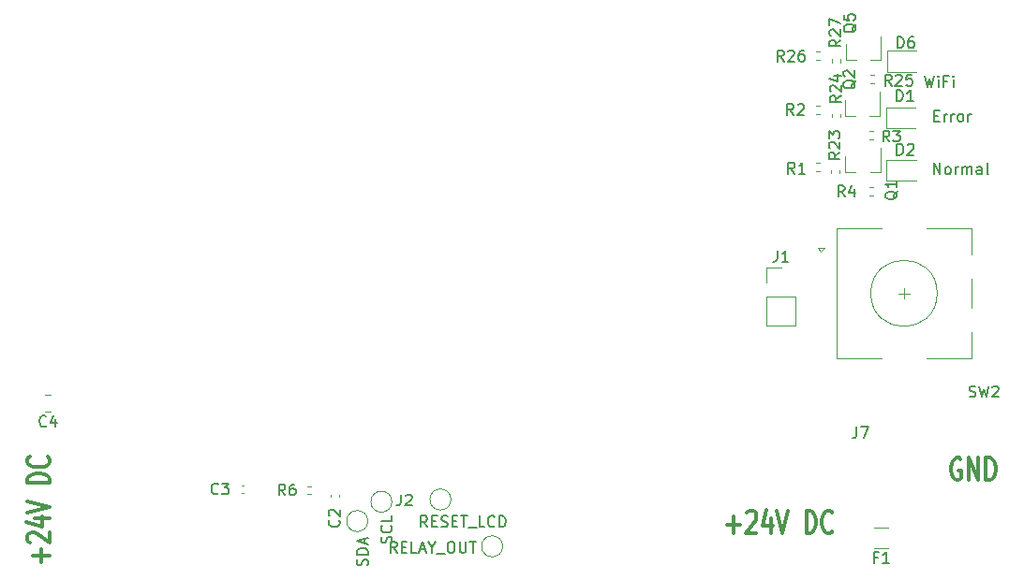
<source format=gbr>
%TF.GenerationSoftware,KiCad,Pcbnew,(5.1.10-1-10_14)*%
%TF.CreationDate,2022-08-23T11:44:09+02:00*%
%TF.ProjectId,RO Flow Counter,524f2046-6c6f-4772-9043-6f756e746572,rev?*%
%TF.SameCoordinates,Original*%
%TF.FileFunction,Legend,Top*%
%TF.FilePolarity,Positive*%
%FSLAX46Y46*%
G04 Gerber Fmt 4.6, Leading zero omitted, Abs format (unit mm)*
G04 Created by KiCad (PCBNEW (5.1.10-1-10_14)) date 2022-08-23 11:44:09*
%MOMM*%
%LPD*%
G01*
G04 APERTURE LIST*
%ADD10C,0.150000*%
%ADD11C,0.375000*%
%ADD12C,0.120000*%
G04 APERTURE END LIST*
D10*
X215379466Y-63333380D02*
X215617561Y-64333380D01*
X215808038Y-63619095D01*
X215998514Y-64333380D01*
X216236609Y-63333380D01*
X216617561Y-64333380D02*
X216617561Y-63666714D01*
X216617561Y-63333380D02*
X216569942Y-63381000D01*
X216617561Y-63428619D01*
X216665180Y-63381000D01*
X216617561Y-63333380D01*
X216617561Y-63428619D01*
X217427085Y-63809571D02*
X217093752Y-63809571D01*
X217093752Y-64333380D02*
X217093752Y-63333380D01*
X217569942Y-63333380D01*
X217950895Y-64333380D02*
X217950895Y-63666714D01*
X217950895Y-63333380D02*
X217903276Y-63381000D01*
X217950895Y-63428619D01*
X217998514Y-63381000D01*
X217950895Y-63333380D01*
X217950895Y-63428619D01*
D11*
X218617942Y-98009200D02*
X218475085Y-97913961D01*
X218260800Y-97913961D01*
X218046514Y-98009200D01*
X217903657Y-98199676D01*
X217832228Y-98390152D01*
X217760800Y-98771104D01*
X217760800Y-99056819D01*
X217832228Y-99437771D01*
X217903657Y-99628247D01*
X218046514Y-99818723D01*
X218260800Y-99913961D01*
X218403657Y-99913961D01*
X218617942Y-99818723D01*
X218689371Y-99723485D01*
X218689371Y-99056819D01*
X218403657Y-99056819D01*
X219332228Y-99913961D02*
X219332228Y-97913961D01*
X220189371Y-99913961D01*
X220189371Y-97913961D01*
X220903657Y-99913961D02*
X220903657Y-97913961D01*
X221260800Y-97913961D01*
X221475085Y-98009200D01*
X221617942Y-98199676D01*
X221689371Y-98390152D01*
X221760800Y-98771104D01*
X221760800Y-99056819D01*
X221689371Y-99437771D01*
X221617942Y-99628247D01*
X221475085Y-99818723D01*
X221260800Y-99913961D01*
X220903657Y-99913961D01*
X197520514Y-103952657D02*
X198663371Y-103952657D01*
X198091942Y-104714561D02*
X198091942Y-103190752D01*
X199306228Y-102905038D02*
X199377657Y-102809800D01*
X199520514Y-102714561D01*
X199877657Y-102714561D01*
X200020514Y-102809800D01*
X200091942Y-102905038D01*
X200163371Y-103095514D01*
X200163371Y-103285990D01*
X200091942Y-103571704D01*
X199234800Y-104714561D01*
X200163371Y-104714561D01*
X201449085Y-103381228D02*
X201449085Y-104714561D01*
X201091942Y-102619323D02*
X200734800Y-104047895D01*
X201663371Y-104047895D01*
X202020514Y-102714561D02*
X202520514Y-104714561D01*
X203020514Y-102714561D01*
X204663371Y-104714561D02*
X204663371Y-102714561D01*
X205020514Y-102714561D01*
X205234800Y-102809800D01*
X205377657Y-103000276D01*
X205449085Y-103190752D01*
X205520514Y-103571704D01*
X205520514Y-103857419D01*
X205449085Y-104238371D01*
X205377657Y-104428847D01*
X205234800Y-104619323D01*
X205020514Y-104714561D01*
X204663371Y-104714561D01*
X207020514Y-104524085D02*
X206949085Y-104619323D01*
X206734800Y-104714561D01*
X206591942Y-104714561D01*
X206377657Y-104619323D01*
X206234800Y-104428847D01*
X206163371Y-104238371D01*
X206091942Y-103857419D01*
X206091942Y-103571704D01*
X206163371Y-103190752D01*
X206234800Y-103000276D01*
X206377657Y-102809800D01*
X206591942Y-102714561D01*
X206734800Y-102714561D01*
X206949085Y-102809800D01*
X207020514Y-102905038D01*
X135524857Y-107330285D02*
X135524857Y-106187428D01*
X136286761Y-106758857D02*
X134762952Y-106758857D01*
X134477238Y-105544571D02*
X134382000Y-105473142D01*
X134286761Y-105330285D01*
X134286761Y-104973142D01*
X134382000Y-104830285D01*
X134477238Y-104758857D01*
X134667714Y-104687428D01*
X134858190Y-104687428D01*
X135143904Y-104758857D01*
X136286761Y-105616000D01*
X136286761Y-104687428D01*
X134953428Y-103401714D02*
X136286761Y-103401714D01*
X134191523Y-103758857D02*
X135620095Y-104116000D01*
X135620095Y-103187428D01*
X134286761Y-102830285D02*
X136286761Y-102330285D01*
X134286761Y-101830285D01*
X136286761Y-100187428D02*
X134286761Y-100187428D01*
X134286761Y-99830285D01*
X134382000Y-99616000D01*
X134572476Y-99473142D01*
X134762952Y-99401714D01*
X135143904Y-99330285D01*
X135429619Y-99330285D01*
X135810571Y-99401714D01*
X136001047Y-99473142D01*
X136191523Y-99616000D01*
X136286761Y-99830285D01*
X136286761Y-100187428D01*
X136096285Y-97830285D02*
X136191523Y-97901714D01*
X136286761Y-98116000D01*
X136286761Y-98258857D01*
X136191523Y-98473142D01*
X136001047Y-98616000D01*
X135810571Y-98687428D01*
X135429619Y-98758857D01*
X135143904Y-98758857D01*
X134762952Y-98687428D01*
X134572476Y-98616000D01*
X134382000Y-98473142D01*
X134286761Y-98258857D01*
X134286761Y-98116000D01*
X134382000Y-97901714D01*
X134477238Y-97830285D01*
D10*
X216189228Y-72232780D02*
X216189228Y-71232780D01*
X216760657Y-72232780D01*
X216760657Y-71232780D01*
X217379704Y-72232780D02*
X217284466Y-72185161D01*
X217236847Y-72137542D01*
X217189228Y-72042304D01*
X217189228Y-71756590D01*
X217236847Y-71661352D01*
X217284466Y-71613733D01*
X217379704Y-71566114D01*
X217522561Y-71566114D01*
X217617800Y-71613733D01*
X217665419Y-71661352D01*
X217713038Y-71756590D01*
X217713038Y-72042304D01*
X217665419Y-72137542D01*
X217617800Y-72185161D01*
X217522561Y-72232780D01*
X217379704Y-72232780D01*
X218141609Y-72232780D02*
X218141609Y-71566114D01*
X218141609Y-71756590D02*
X218189228Y-71661352D01*
X218236847Y-71613733D01*
X218332085Y-71566114D01*
X218427323Y-71566114D01*
X218760657Y-72232780D02*
X218760657Y-71566114D01*
X218760657Y-71661352D02*
X218808276Y-71613733D01*
X218903514Y-71566114D01*
X219046371Y-71566114D01*
X219141609Y-71613733D01*
X219189228Y-71708971D01*
X219189228Y-72232780D01*
X219189228Y-71708971D02*
X219236847Y-71613733D01*
X219332085Y-71566114D01*
X219474942Y-71566114D01*
X219570180Y-71613733D01*
X219617800Y-71708971D01*
X219617800Y-72232780D01*
X220522561Y-72232780D02*
X220522561Y-71708971D01*
X220474942Y-71613733D01*
X220379704Y-71566114D01*
X220189228Y-71566114D01*
X220093990Y-71613733D01*
X220522561Y-72185161D02*
X220427323Y-72232780D01*
X220189228Y-72232780D01*
X220093990Y-72185161D01*
X220046371Y-72089923D01*
X220046371Y-71994685D01*
X220093990Y-71899447D01*
X220189228Y-71851828D01*
X220427323Y-71851828D01*
X220522561Y-71804209D01*
X221141609Y-72232780D02*
X221046371Y-72185161D01*
X220998752Y-72089923D01*
X220998752Y-71232780D01*
X216235161Y-66933771D02*
X216568495Y-66933771D01*
X216711352Y-67457580D02*
X216235161Y-67457580D01*
X216235161Y-66457580D01*
X216711352Y-66457580D01*
X217139923Y-67457580D02*
X217139923Y-66790914D01*
X217139923Y-66981390D02*
X217187542Y-66886152D01*
X217235161Y-66838533D01*
X217330400Y-66790914D01*
X217425638Y-66790914D01*
X217758971Y-67457580D02*
X217758971Y-66790914D01*
X217758971Y-66981390D02*
X217806590Y-66886152D01*
X217854209Y-66838533D01*
X217949447Y-66790914D01*
X218044685Y-66790914D01*
X218520876Y-67457580D02*
X218425638Y-67409961D01*
X218378019Y-67362342D01*
X218330400Y-67267104D01*
X218330400Y-66981390D01*
X218378019Y-66886152D01*
X218425638Y-66838533D01*
X218520876Y-66790914D01*
X218663733Y-66790914D01*
X218758971Y-66838533D01*
X218806590Y-66886152D01*
X218854209Y-66981390D01*
X218854209Y-67267104D01*
X218806590Y-67362342D01*
X218758971Y-67409961D01*
X218663733Y-67457580D01*
X218520876Y-67457580D01*
X219282780Y-67457580D02*
X219282780Y-66790914D01*
X219282780Y-66981390D02*
X219330400Y-66886152D01*
X219378019Y-66838533D01*
X219473257Y-66790914D01*
X219568495Y-66790914D01*
D12*
%TO.C,J1*%
X201044500Y-85912000D02*
X203704500Y-85912000D01*
X201044500Y-83312000D02*
X201044500Y-85912000D01*
X203704500Y-83312000D02*
X203704500Y-85912000D01*
X201044500Y-83312000D02*
X203704500Y-83312000D01*
X201044500Y-82042000D02*
X201044500Y-80712000D01*
X201044500Y-80712000D02*
X202374500Y-80712000D01*
%TO.C,R27*%
X207720200Y-62104241D02*
X207720200Y-61796959D01*
X206960200Y-62104241D02*
X206960200Y-61796959D01*
%TO.C,R26*%
X205584359Y-61873400D02*
X205891641Y-61873400D01*
X205584359Y-61113400D02*
X205891641Y-61113400D01*
%TO.C,R25*%
X210795841Y-63247000D02*
X210488559Y-63247000D01*
X210795841Y-64007000D02*
X210488559Y-64007000D01*
%TO.C,Q5*%
X208249400Y-61923200D02*
X208249400Y-60463200D01*
X211409400Y-61923200D02*
X211409400Y-59763200D01*
X211409400Y-61923200D02*
X210479400Y-61923200D01*
X208249400Y-61923200D02*
X209179400Y-61923200D01*
%TO.C,D6*%
X211959400Y-62960000D02*
X214644400Y-62960000D01*
X211959400Y-61040000D02*
X211959400Y-62960000D01*
X214644400Y-61040000D02*
X211959400Y-61040000D01*
%TO.C,R24*%
X206960200Y-67082641D02*
X206960200Y-66775359D01*
X207720200Y-67082641D02*
X207720200Y-66775359D01*
%TO.C,R23*%
X206934800Y-72162641D02*
X206934800Y-71855359D01*
X207694800Y-72162641D02*
X207694800Y-71855359D01*
%TO.C,Q2*%
X208173200Y-66952400D02*
X209103200Y-66952400D01*
X211333200Y-66952400D02*
X210403200Y-66952400D01*
X211333200Y-66952400D02*
X211333200Y-64792400D01*
X208173200Y-66952400D02*
X208173200Y-65492400D01*
%TO.C,Q1*%
X208198600Y-72032400D02*
X209128600Y-72032400D01*
X211358600Y-72032400D02*
X210428600Y-72032400D01*
X211358600Y-72032400D02*
X211358600Y-69872400D01*
X208198600Y-72032400D02*
X208198600Y-70572400D01*
%TO.C,F1*%
X212031664Y-106066000D02*
X210827536Y-106066000D01*
X212031664Y-104246000D02*
X210827536Y-104246000D01*
%TO.C,TP8*%
X172552400Y-101676200D02*
G75*
G03*
X172552400Y-101676200I-950000J0D01*
G01*
%TO.C,TP6*%
X165034000Y-103632000D02*
G75*
G03*
X165034000Y-103632000I-950000J0D01*
G01*
%TO.C,TP4*%
X177226000Y-105918000D02*
G75*
G03*
X177226000Y-105918000I-950000J0D01*
G01*
%TO.C,TP11*%
X167218400Y-101879400D02*
G75*
G03*
X167218400Y-101879400I-950000J0D01*
G01*
%TO.C,SW2*%
X216494000Y-83018000D02*
G75*
G03*
X216494000Y-83018000I-3000000J0D01*
G01*
X215494000Y-77118000D02*
X219594000Y-77118000D01*
X219594000Y-88918000D02*
X215494000Y-88918000D01*
X211494000Y-88918000D02*
X207394000Y-88918000D01*
X211494000Y-77118000D02*
X207394000Y-77118000D01*
X207394000Y-77118000D02*
X207394000Y-88918000D01*
X205994000Y-79218000D02*
X205694000Y-78918000D01*
X205694000Y-78918000D02*
X206294000Y-78918000D01*
X206294000Y-78918000D02*
X205994000Y-79218000D01*
X219594000Y-77118000D02*
X219594000Y-79518000D01*
X219594000Y-81718000D02*
X219594000Y-84318000D01*
X219594000Y-86518000D02*
X219594000Y-88918000D01*
X213494000Y-82518000D02*
X213494000Y-83518000D01*
X212994000Y-83018000D02*
X213994000Y-83018000D01*
%TO.C,R6*%
X159612359Y-101218000D02*
X159919641Y-101218000D01*
X159612359Y-100458000D02*
X159919641Y-100458000D01*
%TO.C,R4*%
X210668841Y-73432400D02*
X210361559Y-73432400D01*
X210668841Y-74192400D02*
X210361559Y-74192400D01*
%TO.C,R3*%
X210668841Y-68352400D02*
X210361559Y-68352400D01*
X210668841Y-69112400D02*
X210361559Y-69112400D01*
%TO.C,R2*%
X205535559Y-66826400D02*
X205842841Y-66826400D01*
X205535559Y-66066400D02*
X205842841Y-66066400D01*
%TO.C,R1*%
X205535559Y-71957200D02*
X205842841Y-71957200D01*
X205535559Y-71197200D02*
X205842841Y-71197200D01*
%TO.C,D2*%
X211905900Y-72842000D02*
X214590900Y-72842000D01*
X211905900Y-70922000D02*
X211905900Y-72842000D01*
X214590900Y-70922000D02*
X211905900Y-70922000D01*
%TO.C,D1*%
X211874900Y-68090000D02*
X214559900Y-68090000D01*
X211874900Y-66170000D02*
X211874900Y-68090000D01*
X214559900Y-66170000D02*
X211874900Y-66170000D01*
%TO.C,C4*%
X136405252Y-92229000D02*
X135882748Y-92229000D01*
X136405252Y-93699000D02*
X135882748Y-93699000D01*
%TO.C,C3*%
X153612964Y-101121800D02*
X153828636Y-101121800D01*
X153612964Y-100401800D02*
X153828636Y-100401800D01*
%TO.C,C2*%
X162412000Y-101238164D02*
X162412000Y-101453836D01*
X161692000Y-101238164D02*
X161692000Y-101453836D01*
%TO.C,J2*%
D10*
X168032466Y-101228180D02*
X168032466Y-101942466D01*
X167984847Y-102085323D01*
X167889609Y-102180561D01*
X167746752Y-102228180D01*
X167651514Y-102228180D01*
X168461038Y-101323419D02*
X168508657Y-101275800D01*
X168603895Y-101228180D01*
X168841990Y-101228180D01*
X168937228Y-101275800D01*
X168984847Y-101323419D01*
X169032466Y-101418657D01*
X169032466Y-101513895D01*
X168984847Y-101656752D01*
X168413419Y-102228180D01*
X169032466Y-102228180D01*
%TO.C,J7*%
X209222466Y-95112380D02*
X209222466Y-95826666D01*
X209174847Y-95969523D01*
X209079609Y-96064761D01*
X208936752Y-96112380D01*
X208841514Y-96112380D01*
X209603419Y-95112380D02*
X210270085Y-95112380D01*
X209841514Y-96112380D01*
%TO.C,J1*%
X202041166Y-79164380D02*
X202041166Y-79878666D01*
X201993547Y-80021523D01*
X201898309Y-80116761D01*
X201755452Y-80164380D01*
X201660214Y-80164380D01*
X203041166Y-80164380D02*
X202469738Y-80164380D01*
X202755452Y-80164380D02*
X202755452Y-79164380D01*
X202660214Y-79307238D01*
X202564976Y-79402476D01*
X202469738Y-79450095D01*
%TO.C,R27*%
X207767180Y-60078857D02*
X207290990Y-60412190D01*
X207767180Y-60650285D02*
X206767180Y-60650285D01*
X206767180Y-60269333D01*
X206814800Y-60174095D01*
X206862419Y-60126476D01*
X206957657Y-60078857D01*
X207100514Y-60078857D01*
X207195752Y-60126476D01*
X207243371Y-60174095D01*
X207290990Y-60269333D01*
X207290990Y-60650285D01*
X206862419Y-59697904D02*
X206814800Y-59650285D01*
X206767180Y-59555047D01*
X206767180Y-59316952D01*
X206814800Y-59221714D01*
X206862419Y-59174095D01*
X206957657Y-59126476D01*
X207052895Y-59126476D01*
X207195752Y-59174095D01*
X207767180Y-59745523D01*
X207767180Y-59126476D01*
X206767180Y-58793142D02*
X206767180Y-58126476D01*
X207767180Y-58555047D01*
%TO.C,R26*%
X202633342Y-62021980D02*
X202300009Y-61545790D01*
X202061914Y-62021980D02*
X202061914Y-61021980D01*
X202442866Y-61021980D01*
X202538104Y-61069600D01*
X202585723Y-61117219D01*
X202633342Y-61212457D01*
X202633342Y-61355314D01*
X202585723Y-61450552D01*
X202538104Y-61498171D01*
X202442866Y-61545790D01*
X202061914Y-61545790D01*
X203014295Y-61117219D02*
X203061914Y-61069600D01*
X203157152Y-61021980D01*
X203395247Y-61021980D01*
X203490485Y-61069600D01*
X203538104Y-61117219D01*
X203585723Y-61212457D01*
X203585723Y-61307695D01*
X203538104Y-61450552D01*
X202966676Y-62021980D01*
X203585723Y-62021980D01*
X204442866Y-61021980D02*
X204252390Y-61021980D01*
X204157152Y-61069600D01*
X204109533Y-61117219D01*
X204014295Y-61260076D01*
X203966676Y-61450552D01*
X203966676Y-61831504D01*
X204014295Y-61926742D01*
X204061914Y-61974361D01*
X204157152Y-62021980D01*
X204347628Y-62021980D01*
X204442866Y-61974361D01*
X204490485Y-61926742D01*
X204538104Y-61831504D01*
X204538104Y-61593409D01*
X204490485Y-61498171D01*
X204442866Y-61450552D01*
X204347628Y-61402933D01*
X204157152Y-61402933D01*
X204061914Y-61450552D01*
X204014295Y-61498171D01*
X203966676Y-61593409D01*
%TO.C,R25*%
X212361542Y-64231780D02*
X212028209Y-63755590D01*
X211790114Y-64231780D02*
X211790114Y-63231780D01*
X212171066Y-63231780D01*
X212266304Y-63279400D01*
X212313923Y-63327019D01*
X212361542Y-63422257D01*
X212361542Y-63565114D01*
X212313923Y-63660352D01*
X212266304Y-63707971D01*
X212171066Y-63755590D01*
X211790114Y-63755590D01*
X212742495Y-63327019D02*
X212790114Y-63279400D01*
X212885352Y-63231780D01*
X213123447Y-63231780D01*
X213218685Y-63279400D01*
X213266304Y-63327019D01*
X213313923Y-63422257D01*
X213313923Y-63517495D01*
X213266304Y-63660352D01*
X212694876Y-64231780D01*
X213313923Y-64231780D01*
X214218685Y-63231780D02*
X213742495Y-63231780D01*
X213694876Y-63707971D01*
X213742495Y-63660352D01*
X213837733Y-63612733D01*
X214075828Y-63612733D01*
X214171066Y-63660352D01*
X214218685Y-63707971D01*
X214266304Y-63803209D01*
X214266304Y-64041304D01*
X214218685Y-64136542D01*
X214171066Y-64184161D01*
X214075828Y-64231780D01*
X213837733Y-64231780D01*
X213742495Y-64184161D01*
X213694876Y-64136542D01*
%TO.C,Q5*%
X209157819Y-58667638D02*
X209110200Y-58762876D01*
X209014961Y-58858114D01*
X208872104Y-59000971D01*
X208824485Y-59096209D01*
X208824485Y-59191447D01*
X209062580Y-59143828D02*
X209014961Y-59239066D01*
X208919723Y-59334304D01*
X208729247Y-59381923D01*
X208395914Y-59381923D01*
X208205438Y-59334304D01*
X208110200Y-59239066D01*
X208062580Y-59143828D01*
X208062580Y-58953352D01*
X208110200Y-58858114D01*
X208205438Y-58762876D01*
X208395914Y-58715257D01*
X208729247Y-58715257D01*
X208919723Y-58762876D01*
X209014961Y-58858114D01*
X209062580Y-58953352D01*
X209062580Y-59143828D01*
X208062580Y-57810495D02*
X208062580Y-58286685D01*
X208538771Y-58334304D01*
X208491152Y-58286685D01*
X208443533Y-58191447D01*
X208443533Y-57953352D01*
X208491152Y-57858114D01*
X208538771Y-57810495D01*
X208634009Y-57762876D01*
X208872104Y-57762876D01*
X208967342Y-57810495D01*
X209014961Y-57858114D01*
X209062580Y-57953352D01*
X209062580Y-58191447D01*
X209014961Y-58286685D01*
X208967342Y-58334304D01*
%TO.C,D6*%
X212906304Y-60802380D02*
X212906304Y-59802380D01*
X213144400Y-59802380D01*
X213287257Y-59850000D01*
X213382495Y-59945238D01*
X213430114Y-60040476D01*
X213477733Y-60230952D01*
X213477733Y-60373809D01*
X213430114Y-60564285D01*
X213382495Y-60659523D01*
X213287257Y-60754761D01*
X213144400Y-60802380D01*
X212906304Y-60802380D01*
X214334876Y-59802380D02*
X214144400Y-59802380D01*
X214049161Y-59850000D01*
X214001542Y-59897619D01*
X213906304Y-60040476D01*
X213858685Y-60230952D01*
X213858685Y-60611904D01*
X213906304Y-60707142D01*
X213953923Y-60754761D01*
X214049161Y-60802380D01*
X214239638Y-60802380D01*
X214334876Y-60754761D01*
X214382495Y-60707142D01*
X214430114Y-60611904D01*
X214430114Y-60373809D01*
X214382495Y-60278571D01*
X214334876Y-60230952D01*
X214239638Y-60183333D01*
X214049161Y-60183333D01*
X213953923Y-60230952D01*
X213906304Y-60278571D01*
X213858685Y-60373809D01*
%TO.C,R24*%
X207792580Y-65133457D02*
X207316390Y-65466790D01*
X207792580Y-65704885D02*
X206792580Y-65704885D01*
X206792580Y-65323933D01*
X206840200Y-65228695D01*
X206887819Y-65181076D01*
X206983057Y-65133457D01*
X207125914Y-65133457D01*
X207221152Y-65181076D01*
X207268771Y-65228695D01*
X207316390Y-65323933D01*
X207316390Y-65704885D01*
X206887819Y-64752504D02*
X206840200Y-64704885D01*
X206792580Y-64609647D01*
X206792580Y-64371552D01*
X206840200Y-64276314D01*
X206887819Y-64228695D01*
X206983057Y-64181076D01*
X207078295Y-64181076D01*
X207221152Y-64228695D01*
X207792580Y-64800123D01*
X207792580Y-64181076D01*
X207125914Y-63323933D02*
X207792580Y-63323933D01*
X206744961Y-63562028D02*
X207459247Y-63800123D01*
X207459247Y-63181076D01*
%TO.C,R23*%
X207690980Y-70264257D02*
X207214790Y-70597590D01*
X207690980Y-70835685D02*
X206690980Y-70835685D01*
X206690980Y-70454733D01*
X206738600Y-70359495D01*
X206786219Y-70311876D01*
X206881457Y-70264257D01*
X207024314Y-70264257D01*
X207119552Y-70311876D01*
X207167171Y-70359495D01*
X207214790Y-70454733D01*
X207214790Y-70835685D01*
X206786219Y-69883304D02*
X206738600Y-69835685D01*
X206690980Y-69740447D01*
X206690980Y-69502352D01*
X206738600Y-69407114D01*
X206786219Y-69359495D01*
X206881457Y-69311876D01*
X206976695Y-69311876D01*
X207119552Y-69359495D01*
X207690980Y-69930923D01*
X207690980Y-69311876D01*
X206690980Y-68978542D02*
X206690980Y-68359495D01*
X207071933Y-68692828D01*
X207071933Y-68549971D01*
X207119552Y-68454733D01*
X207167171Y-68407114D01*
X207262409Y-68359495D01*
X207500504Y-68359495D01*
X207595742Y-68407114D01*
X207643361Y-68454733D01*
X207690980Y-68549971D01*
X207690980Y-68835685D01*
X207643361Y-68930923D01*
X207595742Y-68978542D01*
%TO.C,Q2*%
X209132419Y-63747638D02*
X209084800Y-63842876D01*
X208989561Y-63938114D01*
X208846704Y-64080971D01*
X208799085Y-64176209D01*
X208799085Y-64271447D01*
X209037180Y-64223828D02*
X208989561Y-64319066D01*
X208894323Y-64414304D01*
X208703847Y-64461923D01*
X208370514Y-64461923D01*
X208180038Y-64414304D01*
X208084800Y-64319066D01*
X208037180Y-64223828D01*
X208037180Y-64033352D01*
X208084800Y-63938114D01*
X208180038Y-63842876D01*
X208370514Y-63795257D01*
X208703847Y-63795257D01*
X208894323Y-63842876D01*
X208989561Y-63938114D01*
X209037180Y-64033352D01*
X209037180Y-64223828D01*
X208132419Y-63414304D02*
X208084800Y-63366685D01*
X208037180Y-63271447D01*
X208037180Y-63033352D01*
X208084800Y-62938114D01*
X208132419Y-62890495D01*
X208227657Y-62842876D01*
X208322895Y-62842876D01*
X208465752Y-62890495D01*
X209037180Y-63461923D01*
X209037180Y-62842876D01*
%TO.C,Q1*%
X212891619Y-73780638D02*
X212844000Y-73875876D01*
X212748761Y-73971114D01*
X212605904Y-74113971D01*
X212558285Y-74209209D01*
X212558285Y-74304447D01*
X212796380Y-74256828D02*
X212748761Y-74352066D01*
X212653523Y-74447304D01*
X212463047Y-74494923D01*
X212129714Y-74494923D01*
X211939238Y-74447304D01*
X211844000Y-74352066D01*
X211796380Y-74256828D01*
X211796380Y-74066352D01*
X211844000Y-73971114D01*
X211939238Y-73875876D01*
X212129714Y-73828257D01*
X212463047Y-73828257D01*
X212653523Y-73875876D01*
X212748761Y-73971114D01*
X212796380Y-74066352D01*
X212796380Y-74256828D01*
X212796380Y-72875876D02*
X212796380Y-73447304D01*
X212796380Y-73161590D02*
X211796380Y-73161590D01*
X211939238Y-73256828D01*
X212034476Y-73352066D01*
X212082095Y-73447304D01*
%TO.C,F1*%
X211096266Y-106904571D02*
X210762933Y-106904571D01*
X210762933Y-107428380D02*
X210762933Y-106428380D01*
X211239123Y-106428380D01*
X212143885Y-107428380D02*
X211572457Y-107428380D01*
X211858171Y-107428380D02*
X211858171Y-106428380D01*
X211762933Y-106571238D01*
X211667695Y-106666476D01*
X211572457Y-106714095D01*
%TO.C,TP8*%
X170396304Y-104160580D02*
X170062971Y-103684390D01*
X169824876Y-104160580D02*
X169824876Y-103160580D01*
X170205828Y-103160580D01*
X170301066Y-103208200D01*
X170348685Y-103255819D01*
X170396304Y-103351057D01*
X170396304Y-103493914D01*
X170348685Y-103589152D01*
X170301066Y-103636771D01*
X170205828Y-103684390D01*
X169824876Y-103684390D01*
X170824876Y-103636771D02*
X171158209Y-103636771D01*
X171301066Y-104160580D02*
X170824876Y-104160580D01*
X170824876Y-103160580D01*
X171301066Y-103160580D01*
X171682019Y-104112961D02*
X171824876Y-104160580D01*
X172062971Y-104160580D01*
X172158209Y-104112961D01*
X172205828Y-104065342D01*
X172253447Y-103970104D01*
X172253447Y-103874866D01*
X172205828Y-103779628D01*
X172158209Y-103732009D01*
X172062971Y-103684390D01*
X171872495Y-103636771D01*
X171777257Y-103589152D01*
X171729638Y-103541533D01*
X171682019Y-103446295D01*
X171682019Y-103351057D01*
X171729638Y-103255819D01*
X171777257Y-103208200D01*
X171872495Y-103160580D01*
X172110590Y-103160580D01*
X172253447Y-103208200D01*
X172682019Y-103636771D02*
X173015352Y-103636771D01*
X173158209Y-104160580D02*
X172682019Y-104160580D01*
X172682019Y-103160580D01*
X173158209Y-103160580D01*
X173443923Y-103160580D02*
X174015352Y-103160580D01*
X173729638Y-104160580D02*
X173729638Y-103160580D01*
X174110590Y-104255819D02*
X174872495Y-104255819D01*
X175586780Y-104160580D02*
X175110590Y-104160580D01*
X175110590Y-103160580D01*
X176491542Y-104065342D02*
X176443923Y-104112961D01*
X176301066Y-104160580D01*
X176205828Y-104160580D01*
X176062971Y-104112961D01*
X175967733Y-104017723D01*
X175920114Y-103922485D01*
X175872495Y-103732009D01*
X175872495Y-103589152D01*
X175920114Y-103398676D01*
X175967733Y-103303438D01*
X176062971Y-103208200D01*
X176205828Y-103160580D01*
X176301066Y-103160580D01*
X176443923Y-103208200D01*
X176491542Y-103255819D01*
X176920114Y-104160580D02*
X176920114Y-103160580D01*
X177158209Y-103160580D01*
X177301066Y-103208200D01*
X177396304Y-103303438D01*
X177443923Y-103398676D01*
X177491542Y-103589152D01*
X177491542Y-103732009D01*
X177443923Y-103922485D01*
X177396304Y-104017723D01*
X177301066Y-104112961D01*
X177158209Y-104160580D01*
X176920114Y-104160580D01*
%TO.C,TP6*%
X164996761Y-107640285D02*
X165044380Y-107497428D01*
X165044380Y-107259333D01*
X164996761Y-107164095D01*
X164949142Y-107116476D01*
X164853904Y-107068857D01*
X164758666Y-107068857D01*
X164663428Y-107116476D01*
X164615809Y-107164095D01*
X164568190Y-107259333D01*
X164520571Y-107449809D01*
X164472952Y-107545047D01*
X164425333Y-107592666D01*
X164330095Y-107640285D01*
X164234857Y-107640285D01*
X164139619Y-107592666D01*
X164092000Y-107545047D01*
X164044380Y-107449809D01*
X164044380Y-107211714D01*
X164092000Y-107068857D01*
X165044380Y-106640285D02*
X164044380Y-106640285D01*
X164044380Y-106402190D01*
X164092000Y-106259333D01*
X164187238Y-106164095D01*
X164282476Y-106116476D01*
X164472952Y-106068857D01*
X164615809Y-106068857D01*
X164806285Y-106116476D01*
X164901523Y-106164095D01*
X164996761Y-106259333D01*
X165044380Y-106402190D01*
X165044380Y-106640285D01*
X164758666Y-105687904D02*
X164758666Y-105211714D01*
X165044380Y-105783142D02*
X164044380Y-105449809D01*
X165044380Y-105116476D01*
%TO.C,TP4*%
X167664214Y-106497380D02*
X167330880Y-106021190D01*
X167092785Y-106497380D02*
X167092785Y-105497380D01*
X167473738Y-105497380D01*
X167568976Y-105545000D01*
X167616595Y-105592619D01*
X167664214Y-105687857D01*
X167664214Y-105830714D01*
X167616595Y-105925952D01*
X167568976Y-105973571D01*
X167473738Y-106021190D01*
X167092785Y-106021190D01*
X168092785Y-105973571D02*
X168426119Y-105973571D01*
X168568976Y-106497380D02*
X168092785Y-106497380D01*
X168092785Y-105497380D01*
X168568976Y-105497380D01*
X169473738Y-106497380D02*
X168997547Y-106497380D01*
X168997547Y-105497380D01*
X169759452Y-106211666D02*
X170235642Y-106211666D01*
X169664214Y-106497380D02*
X169997547Y-105497380D01*
X170330880Y-106497380D01*
X170854690Y-106021190D02*
X170854690Y-106497380D01*
X170521357Y-105497380D02*
X170854690Y-106021190D01*
X171188023Y-105497380D01*
X171283261Y-106592619D02*
X172045166Y-106592619D01*
X172473738Y-105497380D02*
X172664214Y-105497380D01*
X172759452Y-105545000D01*
X172854690Y-105640238D01*
X172902309Y-105830714D01*
X172902309Y-106164047D01*
X172854690Y-106354523D01*
X172759452Y-106449761D01*
X172664214Y-106497380D01*
X172473738Y-106497380D01*
X172378500Y-106449761D01*
X172283261Y-106354523D01*
X172235642Y-106164047D01*
X172235642Y-105830714D01*
X172283261Y-105640238D01*
X172378500Y-105545000D01*
X172473738Y-105497380D01*
X173330880Y-105497380D02*
X173330880Y-106306904D01*
X173378500Y-106402142D01*
X173426119Y-106449761D01*
X173521357Y-106497380D01*
X173711833Y-106497380D01*
X173807071Y-106449761D01*
X173854690Y-106402142D01*
X173902309Y-106306904D01*
X173902309Y-105497380D01*
X174235642Y-105497380D02*
X174807071Y-105497380D01*
X174521357Y-106497380D02*
X174521357Y-105497380D01*
%TO.C,TP11*%
X167181161Y-105609876D02*
X167228780Y-105467019D01*
X167228780Y-105228923D01*
X167181161Y-105133685D01*
X167133542Y-105086066D01*
X167038304Y-105038447D01*
X166943066Y-105038447D01*
X166847828Y-105086066D01*
X166800209Y-105133685D01*
X166752590Y-105228923D01*
X166704971Y-105419400D01*
X166657352Y-105514638D01*
X166609733Y-105562257D01*
X166514495Y-105609876D01*
X166419257Y-105609876D01*
X166324019Y-105562257D01*
X166276400Y-105514638D01*
X166228780Y-105419400D01*
X166228780Y-105181304D01*
X166276400Y-105038447D01*
X167133542Y-104038447D02*
X167181161Y-104086066D01*
X167228780Y-104228923D01*
X167228780Y-104324161D01*
X167181161Y-104467019D01*
X167085923Y-104562257D01*
X166990685Y-104609876D01*
X166800209Y-104657495D01*
X166657352Y-104657495D01*
X166466876Y-104609876D01*
X166371638Y-104562257D01*
X166276400Y-104467019D01*
X166228780Y-104324161D01*
X166228780Y-104228923D01*
X166276400Y-104086066D01*
X166324019Y-104038447D01*
X167228780Y-103133685D02*
X167228780Y-103609876D01*
X166228780Y-103609876D01*
%TO.C,SW2*%
X219392666Y-92352761D02*
X219535523Y-92400380D01*
X219773619Y-92400380D01*
X219868857Y-92352761D01*
X219916476Y-92305142D01*
X219964095Y-92209904D01*
X219964095Y-92114666D01*
X219916476Y-92019428D01*
X219868857Y-91971809D01*
X219773619Y-91924190D01*
X219583142Y-91876571D01*
X219487904Y-91828952D01*
X219440285Y-91781333D01*
X219392666Y-91686095D01*
X219392666Y-91590857D01*
X219440285Y-91495619D01*
X219487904Y-91448000D01*
X219583142Y-91400380D01*
X219821238Y-91400380D01*
X219964095Y-91448000D01*
X220297428Y-91400380D02*
X220535523Y-92400380D01*
X220726000Y-91686095D01*
X220916476Y-92400380D01*
X221154571Y-91400380D01*
X221487904Y-91495619D02*
X221535523Y-91448000D01*
X221630761Y-91400380D01*
X221868857Y-91400380D01*
X221964095Y-91448000D01*
X222011714Y-91495619D01*
X222059333Y-91590857D01*
X222059333Y-91686095D01*
X222011714Y-91828952D01*
X221440285Y-92400380D01*
X222059333Y-92400380D01*
%TO.C,R6*%
X157567333Y-101290380D02*
X157234000Y-100814190D01*
X156995904Y-101290380D02*
X156995904Y-100290380D01*
X157376857Y-100290380D01*
X157472095Y-100338000D01*
X157519714Y-100385619D01*
X157567333Y-100480857D01*
X157567333Y-100623714D01*
X157519714Y-100718952D01*
X157472095Y-100766571D01*
X157376857Y-100814190D01*
X156995904Y-100814190D01*
X158424476Y-100290380D02*
X158234000Y-100290380D01*
X158138761Y-100338000D01*
X158091142Y-100385619D01*
X157995904Y-100528476D01*
X157948285Y-100718952D01*
X157948285Y-101099904D01*
X157995904Y-101195142D01*
X158043523Y-101242761D01*
X158138761Y-101290380D01*
X158329238Y-101290380D01*
X158424476Y-101242761D01*
X158472095Y-101195142D01*
X158519714Y-101099904D01*
X158519714Y-100861809D01*
X158472095Y-100766571D01*
X158424476Y-100718952D01*
X158329238Y-100671333D01*
X158138761Y-100671333D01*
X158043523Y-100718952D01*
X157995904Y-100766571D01*
X157948285Y-100861809D01*
%TO.C,R4*%
X208128033Y-74264780D02*
X207794700Y-73788590D01*
X207556604Y-74264780D02*
X207556604Y-73264780D01*
X207937557Y-73264780D01*
X208032795Y-73312400D01*
X208080414Y-73360019D01*
X208128033Y-73455257D01*
X208128033Y-73598114D01*
X208080414Y-73693352D01*
X208032795Y-73740971D01*
X207937557Y-73788590D01*
X207556604Y-73788590D01*
X208985176Y-73598114D02*
X208985176Y-74264780D01*
X208747080Y-73217161D02*
X208508985Y-73931447D01*
X209128033Y-73931447D01*
%TO.C,R3*%
X212177333Y-69286380D02*
X211844000Y-68810190D01*
X211605904Y-69286380D02*
X211605904Y-68286380D01*
X211986857Y-68286380D01*
X212082095Y-68334000D01*
X212129714Y-68381619D01*
X212177333Y-68476857D01*
X212177333Y-68619714D01*
X212129714Y-68714952D01*
X212082095Y-68762571D01*
X211986857Y-68810190D01*
X211605904Y-68810190D01*
X212510666Y-68286380D02*
X213129714Y-68286380D01*
X212796380Y-68667333D01*
X212939238Y-68667333D01*
X213034476Y-68714952D01*
X213082095Y-68762571D01*
X213129714Y-68857809D01*
X213129714Y-69095904D01*
X213082095Y-69191142D01*
X213034476Y-69238761D01*
X212939238Y-69286380D01*
X212653523Y-69286380D01*
X212558285Y-69238761D01*
X212510666Y-69191142D01*
%TO.C,R2*%
X203515933Y-66873380D02*
X203182600Y-66397190D01*
X202944504Y-66873380D02*
X202944504Y-65873380D01*
X203325457Y-65873380D01*
X203420695Y-65921000D01*
X203468314Y-65968619D01*
X203515933Y-66063857D01*
X203515933Y-66206714D01*
X203468314Y-66301952D01*
X203420695Y-66349571D01*
X203325457Y-66397190D01*
X202944504Y-66397190D01*
X203896885Y-65968619D02*
X203944504Y-65921000D01*
X204039742Y-65873380D01*
X204277838Y-65873380D01*
X204373076Y-65921000D01*
X204420695Y-65968619D01*
X204468314Y-66063857D01*
X204468314Y-66159095D01*
X204420695Y-66301952D01*
X203849266Y-66873380D01*
X204468314Y-66873380D01*
%TO.C,R1*%
X203617533Y-72181980D02*
X203284200Y-71705790D01*
X203046104Y-72181980D02*
X203046104Y-71181980D01*
X203427057Y-71181980D01*
X203522295Y-71229600D01*
X203569914Y-71277219D01*
X203617533Y-71372457D01*
X203617533Y-71515314D01*
X203569914Y-71610552D01*
X203522295Y-71658171D01*
X203427057Y-71705790D01*
X203046104Y-71705790D01*
X204569914Y-72181980D02*
X203998485Y-72181980D01*
X204284200Y-72181980D02*
X204284200Y-71181980D01*
X204188961Y-71324838D01*
X204093723Y-71420076D01*
X203998485Y-71467695D01*
%TO.C,D2*%
X212852804Y-70486380D02*
X212852804Y-69486380D01*
X213090900Y-69486380D01*
X213233757Y-69534000D01*
X213328995Y-69629238D01*
X213376614Y-69724476D01*
X213424233Y-69914952D01*
X213424233Y-70057809D01*
X213376614Y-70248285D01*
X213328995Y-70343523D01*
X213233757Y-70438761D01*
X213090900Y-70486380D01*
X212852804Y-70486380D01*
X213805185Y-69581619D02*
X213852804Y-69534000D01*
X213948042Y-69486380D01*
X214186138Y-69486380D01*
X214281376Y-69534000D01*
X214328995Y-69581619D01*
X214376614Y-69676857D01*
X214376614Y-69772095D01*
X214328995Y-69914952D01*
X213757566Y-70486380D01*
X214376614Y-70486380D01*
%TO.C,D1*%
X212821804Y-65624380D02*
X212821804Y-64624380D01*
X213059900Y-64624380D01*
X213202757Y-64672000D01*
X213297995Y-64767238D01*
X213345614Y-64862476D01*
X213393233Y-65052952D01*
X213393233Y-65195809D01*
X213345614Y-65386285D01*
X213297995Y-65481523D01*
X213202757Y-65576761D01*
X213059900Y-65624380D01*
X212821804Y-65624380D01*
X214345614Y-65624380D02*
X213774185Y-65624380D01*
X214059900Y-65624380D02*
X214059900Y-64624380D01*
X213964661Y-64767238D01*
X213869423Y-64862476D01*
X213774185Y-64910095D01*
%TO.C,C4*%
X135977333Y-95001142D02*
X135929714Y-95048761D01*
X135786857Y-95096380D01*
X135691619Y-95096380D01*
X135548761Y-95048761D01*
X135453523Y-94953523D01*
X135405904Y-94858285D01*
X135358285Y-94667809D01*
X135358285Y-94524952D01*
X135405904Y-94334476D01*
X135453523Y-94239238D01*
X135548761Y-94144000D01*
X135691619Y-94096380D01*
X135786857Y-94096380D01*
X135929714Y-94144000D01*
X135977333Y-94191619D01*
X136834476Y-94429714D02*
X136834476Y-95096380D01*
X136596380Y-94048761D02*
X136358285Y-94763047D01*
X136977333Y-94763047D01*
%TO.C,C3*%
X151522133Y-101118942D02*
X151474514Y-101166561D01*
X151331657Y-101214180D01*
X151236419Y-101214180D01*
X151093561Y-101166561D01*
X150998323Y-101071323D01*
X150950704Y-100976085D01*
X150903085Y-100785609D01*
X150903085Y-100642752D01*
X150950704Y-100452276D01*
X150998323Y-100357038D01*
X151093561Y-100261800D01*
X151236419Y-100214180D01*
X151331657Y-100214180D01*
X151474514Y-100261800D01*
X151522133Y-100309419D01*
X151855466Y-100214180D02*
X152474514Y-100214180D01*
X152141180Y-100595133D01*
X152284038Y-100595133D01*
X152379276Y-100642752D01*
X152426895Y-100690371D01*
X152474514Y-100785609D01*
X152474514Y-101023704D01*
X152426895Y-101118942D01*
X152379276Y-101166561D01*
X152284038Y-101214180D01*
X151998323Y-101214180D01*
X151903085Y-101166561D01*
X151855466Y-101118942D01*
%TO.C,C2*%
X162409142Y-103544666D02*
X162456761Y-103592285D01*
X162504380Y-103735142D01*
X162504380Y-103830380D01*
X162456761Y-103973238D01*
X162361523Y-104068476D01*
X162266285Y-104116095D01*
X162075809Y-104163714D01*
X161932952Y-104163714D01*
X161742476Y-104116095D01*
X161647238Y-104068476D01*
X161552000Y-103973238D01*
X161504380Y-103830380D01*
X161504380Y-103735142D01*
X161552000Y-103592285D01*
X161599619Y-103544666D01*
X161599619Y-103163714D02*
X161552000Y-103116095D01*
X161504380Y-103020857D01*
X161504380Y-102782761D01*
X161552000Y-102687523D01*
X161599619Y-102639904D01*
X161694857Y-102592285D01*
X161790095Y-102592285D01*
X161932952Y-102639904D01*
X162504380Y-103211333D01*
X162504380Y-102592285D01*
%TD*%
M02*

</source>
